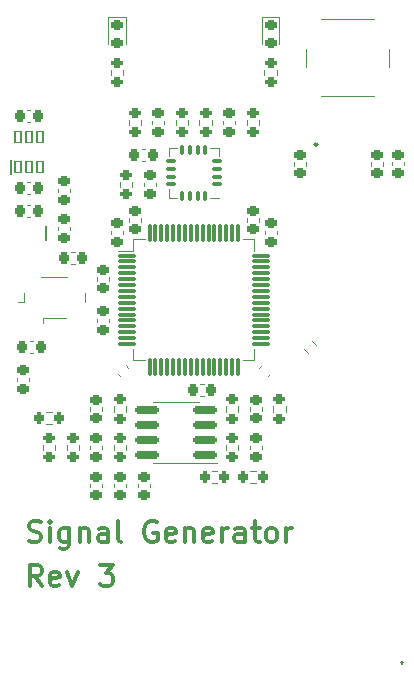
<source format=gto>
G04 #@! TF.GenerationSoftware,KiCad,Pcbnew,7.0.5-7.0.5~ubuntu22.04.1*
G04 #@! TF.CreationDate,2023-06-24T11:50:08+02:00*
G04 #@! TF.ProjectId,Signal Generator,5369676e-616c-4204-9765-6e657261746f,2*
G04 #@! TF.SameCoordinates,Original*
G04 #@! TF.FileFunction,Legend,Top*
G04 #@! TF.FilePolarity,Positive*
%FSLAX46Y46*%
G04 Gerber Fmt 4.6, Leading zero omitted, Abs format (unit mm)*
G04 Created by KiCad (PCBNEW 7.0.5-7.0.5~ubuntu22.04.1) date 2023-06-24 11:50:08*
%MOMM*%
%LPD*%
G01*
G04 APERTURE LIST*
G04 Aperture macros list*
%AMRoundRect*
0 Rectangle with rounded corners*
0 $1 Rounding radius*
0 $2 $3 $4 $5 $6 $7 $8 $9 X,Y pos of 4 corners*
0 Add a 4 corners polygon primitive as box body*
4,1,4,$2,$3,$4,$5,$6,$7,$8,$9,$2,$3,0*
0 Add four circle primitives for the rounded corners*
1,1,$1+$1,$2,$3*
1,1,$1+$1,$4,$5*
1,1,$1+$1,$6,$7*
1,1,$1+$1,$8,$9*
0 Add four rect primitives between the rounded corners*
20,1,$1+$1,$2,$3,$4,$5,0*
20,1,$1+$1,$4,$5,$6,$7,0*
20,1,$1+$1,$6,$7,$8,$9,0*
20,1,$1+$1,$8,$9,$2,$3,0*%
G04 Aperture macros list end*
%ADD10C,0.300000*%
%ADD11C,0.120000*%
%ADD12C,0.200000*%
%ADD13C,0.250000*%
%ADD14RoundRect,0.218750X-0.256250X0.218750X-0.256250X-0.218750X0.256250X-0.218750X0.256250X0.218750X0*%
%ADD15RoundRect,0.225000X-0.250000X0.225000X-0.250000X-0.225000X0.250000X-0.225000X0.250000X0.225000X0*%
%ADD16RoundRect,0.075000X0.350000X0.075000X-0.350000X0.075000X-0.350000X-0.075000X0.350000X-0.075000X0*%
%ADD17RoundRect,0.075000X0.075000X0.350000X-0.075000X0.350000X-0.075000X-0.350000X0.075000X-0.350000X0*%
%ADD18R,2.100000X2.100000*%
%ADD19RoundRect,0.200000X-0.200000X-0.275000X0.200000X-0.275000X0.200000X0.275000X-0.200000X0.275000X0*%
%ADD20RoundRect,0.225000X-0.225000X-0.250000X0.225000X-0.250000X0.225000X0.250000X-0.225000X0.250000X0*%
%ADD21RoundRect,0.050000X0.250000X0.500000X-0.250000X0.500000X-0.250000X-0.500000X0.250000X-0.500000X0*%
%ADD22RoundRect,0.225000X0.250000X-0.225000X0.250000X0.225000X-0.250000X0.225000X-0.250000X-0.225000X0*%
%ADD23R,3.400000X0.980000*%
%ADD24RoundRect,0.200000X-0.275000X0.200000X-0.275000X-0.200000X0.275000X-0.200000X0.275000X0.200000X0*%
%ADD25RoundRect,0.225000X0.225000X0.250000X-0.225000X0.250000X-0.225000X-0.250000X0.225000X-0.250000X0*%
%ADD26C,0.650000*%
%ADD27R,0.600000X1.030000*%
%ADD28R,0.300000X1.030000*%
%ADD29O,1.000000X2.100000*%
%ADD30O,1.000000X1.800000*%
%ADD31RoundRect,0.200000X0.275000X-0.200000X0.275000X0.200000X-0.275000X0.200000X-0.275000X-0.200000X0*%
%ADD32R,2.050000X3.800000*%
%ADD33RoundRect,0.200000X0.200000X0.275000X-0.200000X0.275000X-0.200000X-0.275000X0.200000X-0.275000X0*%
%ADD34RoundRect,0.225000X0.017678X-0.335876X0.335876X-0.017678X-0.017678X0.335876X-0.335876X0.017678X0*%
%ADD35R,0.600000X1.200000*%
%ADD36R,1.220000X0.910000*%
%ADD37C,0.001000*%
%ADD38R,2.800000X2.200000*%
%ADD39R,2.600000X2.800000*%
%ADD40R,0.800000X0.400000*%
%ADD41R,1.750000X2.500000*%
%ADD42RoundRect,0.150000X0.825000X0.150000X-0.825000X0.150000X-0.825000X-0.150000X0.825000X-0.150000X0*%
%ADD43R,1.700000X1.700000*%
%ADD44O,1.700000X1.700000*%
%ADD45C,2.000000*%
%ADD46R,2.200000X2.200000*%
%ADD47C,2.200000*%
%ADD48R,1.600000X1.100000*%
%ADD49C,1.524000*%
%ADD50RoundRect,0.200000X-0.335876X-0.053033X-0.053033X-0.335876X0.335876X0.053033X0.053033X0.335876X0*%
%ADD51RoundRect,0.075000X-0.700000X-0.075000X0.700000X-0.075000X0.700000X0.075000X-0.700000X0.075000X0*%
%ADD52RoundRect,0.075000X-0.075000X-0.700000X0.075000X-0.700000X0.075000X0.700000X-0.075000X0.700000X0*%
%ADD53R,1.600000X1.300000*%
%ADD54RoundRect,0.225000X0.335876X0.017678X0.017678X0.335876X-0.335876X-0.017678X-0.017678X-0.335876X0*%
G04 APERTURE END LIST*
D10*
X93040225Y-143428400D02*
X93297368Y-143514114D01*
X93297368Y-143514114D02*
X93725939Y-143514114D01*
X93725939Y-143514114D02*
X93897368Y-143428400D01*
X93897368Y-143428400D02*
X93983082Y-143342685D01*
X93983082Y-143342685D02*
X94068796Y-143171257D01*
X94068796Y-143171257D02*
X94068796Y-142999828D01*
X94068796Y-142999828D02*
X93983082Y-142828400D01*
X93983082Y-142828400D02*
X93897368Y-142742685D01*
X93897368Y-142742685D02*
X93725939Y-142656971D01*
X93725939Y-142656971D02*
X93383082Y-142571257D01*
X93383082Y-142571257D02*
X93211653Y-142485542D01*
X93211653Y-142485542D02*
X93125939Y-142399828D01*
X93125939Y-142399828D02*
X93040225Y-142228400D01*
X93040225Y-142228400D02*
X93040225Y-142056971D01*
X93040225Y-142056971D02*
X93125939Y-141885542D01*
X93125939Y-141885542D02*
X93211653Y-141799828D01*
X93211653Y-141799828D02*
X93383082Y-141714114D01*
X93383082Y-141714114D02*
X93811653Y-141714114D01*
X93811653Y-141714114D02*
X94068796Y-141799828D01*
X94840225Y-143514114D02*
X94840225Y-142314114D01*
X94840225Y-141714114D02*
X94754511Y-141799828D01*
X94754511Y-141799828D02*
X94840225Y-141885542D01*
X94840225Y-141885542D02*
X94925939Y-141799828D01*
X94925939Y-141799828D02*
X94840225Y-141714114D01*
X94840225Y-141714114D02*
X94840225Y-141885542D01*
X96468797Y-142314114D02*
X96468797Y-143771257D01*
X96468797Y-143771257D02*
X96383082Y-143942685D01*
X96383082Y-143942685D02*
X96297368Y-144028400D01*
X96297368Y-144028400D02*
X96125939Y-144114114D01*
X96125939Y-144114114D02*
X95868797Y-144114114D01*
X95868797Y-144114114D02*
X95697368Y-144028400D01*
X96468797Y-143428400D02*
X96297368Y-143514114D01*
X96297368Y-143514114D02*
X95954511Y-143514114D01*
X95954511Y-143514114D02*
X95783082Y-143428400D01*
X95783082Y-143428400D02*
X95697368Y-143342685D01*
X95697368Y-143342685D02*
X95611654Y-143171257D01*
X95611654Y-143171257D02*
X95611654Y-142656971D01*
X95611654Y-142656971D02*
X95697368Y-142485542D01*
X95697368Y-142485542D02*
X95783082Y-142399828D01*
X95783082Y-142399828D02*
X95954511Y-142314114D01*
X95954511Y-142314114D02*
X96297368Y-142314114D01*
X96297368Y-142314114D02*
X96468797Y-142399828D01*
X97325939Y-142314114D02*
X97325939Y-143514114D01*
X97325939Y-142485542D02*
X97411653Y-142399828D01*
X97411653Y-142399828D02*
X97583082Y-142314114D01*
X97583082Y-142314114D02*
X97840225Y-142314114D01*
X97840225Y-142314114D02*
X98011653Y-142399828D01*
X98011653Y-142399828D02*
X98097368Y-142571257D01*
X98097368Y-142571257D02*
X98097368Y-143514114D01*
X99725939Y-143514114D02*
X99725939Y-142571257D01*
X99725939Y-142571257D02*
X99640224Y-142399828D01*
X99640224Y-142399828D02*
X99468796Y-142314114D01*
X99468796Y-142314114D02*
X99125939Y-142314114D01*
X99125939Y-142314114D02*
X98954510Y-142399828D01*
X99725939Y-143428400D02*
X99554510Y-143514114D01*
X99554510Y-143514114D02*
X99125939Y-143514114D01*
X99125939Y-143514114D02*
X98954510Y-143428400D01*
X98954510Y-143428400D02*
X98868796Y-143256971D01*
X98868796Y-143256971D02*
X98868796Y-143085542D01*
X98868796Y-143085542D02*
X98954510Y-142914114D01*
X98954510Y-142914114D02*
X99125939Y-142828400D01*
X99125939Y-142828400D02*
X99554510Y-142828400D01*
X99554510Y-142828400D02*
X99725939Y-142742685D01*
X100840224Y-143514114D02*
X100668795Y-143428400D01*
X100668795Y-143428400D02*
X100583081Y-143256971D01*
X100583081Y-143256971D02*
X100583081Y-141714114D01*
X103840224Y-141799828D02*
X103668796Y-141714114D01*
X103668796Y-141714114D02*
X103411653Y-141714114D01*
X103411653Y-141714114D02*
X103154510Y-141799828D01*
X103154510Y-141799828D02*
X102983081Y-141971257D01*
X102983081Y-141971257D02*
X102897367Y-142142685D01*
X102897367Y-142142685D02*
X102811653Y-142485542D01*
X102811653Y-142485542D02*
X102811653Y-142742685D01*
X102811653Y-142742685D02*
X102897367Y-143085542D01*
X102897367Y-143085542D02*
X102983081Y-143256971D01*
X102983081Y-143256971D02*
X103154510Y-143428400D01*
X103154510Y-143428400D02*
X103411653Y-143514114D01*
X103411653Y-143514114D02*
X103583081Y-143514114D01*
X103583081Y-143514114D02*
X103840224Y-143428400D01*
X103840224Y-143428400D02*
X103925938Y-143342685D01*
X103925938Y-143342685D02*
X103925938Y-142742685D01*
X103925938Y-142742685D02*
X103583081Y-142742685D01*
X105383081Y-143428400D02*
X105211653Y-143514114D01*
X105211653Y-143514114D02*
X104868796Y-143514114D01*
X104868796Y-143514114D02*
X104697367Y-143428400D01*
X104697367Y-143428400D02*
X104611653Y-143256971D01*
X104611653Y-143256971D02*
X104611653Y-142571257D01*
X104611653Y-142571257D02*
X104697367Y-142399828D01*
X104697367Y-142399828D02*
X104868796Y-142314114D01*
X104868796Y-142314114D02*
X105211653Y-142314114D01*
X105211653Y-142314114D02*
X105383081Y-142399828D01*
X105383081Y-142399828D02*
X105468796Y-142571257D01*
X105468796Y-142571257D02*
X105468796Y-142742685D01*
X105468796Y-142742685D02*
X104611653Y-142914114D01*
X106240224Y-142314114D02*
X106240224Y-143514114D01*
X106240224Y-142485542D02*
X106325938Y-142399828D01*
X106325938Y-142399828D02*
X106497367Y-142314114D01*
X106497367Y-142314114D02*
X106754510Y-142314114D01*
X106754510Y-142314114D02*
X106925938Y-142399828D01*
X106925938Y-142399828D02*
X107011653Y-142571257D01*
X107011653Y-142571257D02*
X107011653Y-143514114D01*
X108554509Y-143428400D02*
X108383081Y-143514114D01*
X108383081Y-143514114D02*
X108040224Y-143514114D01*
X108040224Y-143514114D02*
X107868795Y-143428400D01*
X107868795Y-143428400D02*
X107783081Y-143256971D01*
X107783081Y-143256971D02*
X107783081Y-142571257D01*
X107783081Y-142571257D02*
X107868795Y-142399828D01*
X107868795Y-142399828D02*
X108040224Y-142314114D01*
X108040224Y-142314114D02*
X108383081Y-142314114D01*
X108383081Y-142314114D02*
X108554509Y-142399828D01*
X108554509Y-142399828D02*
X108640224Y-142571257D01*
X108640224Y-142571257D02*
X108640224Y-142742685D01*
X108640224Y-142742685D02*
X107783081Y-142914114D01*
X109411652Y-143514114D02*
X109411652Y-142314114D01*
X109411652Y-142656971D02*
X109497366Y-142485542D01*
X109497366Y-142485542D02*
X109583081Y-142399828D01*
X109583081Y-142399828D02*
X109754509Y-142314114D01*
X109754509Y-142314114D02*
X109925938Y-142314114D01*
X111297367Y-143514114D02*
X111297367Y-142571257D01*
X111297367Y-142571257D02*
X111211652Y-142399828D01*
X111211652Y-142399828D02*
X111040224Y-142314114D01*
X111040224Y-142314114D02*
X110697367Y-142314114D01*
X110697367Y-142314114D02*
X110525938Y-142399828D01*
X111297367Y-143428400D02*
X111125938Y-143514114D01*
X111125938Y-143514114D02*
X110697367Y-143514114D01*
X110697367Y-143514114D02*
X110525938Y-143428400D01*
X110525938Y-143428400D02*
X110440224Y-143256971D01*
X110440224Y-143256971D02*
X110440224Y-143085542D01*
X110440224Y-143085542D02*
X110525938Y-142914114D01*
X110525938Y-142914114D02*
X110697367Y-142828400D01*
X110697367Y-142828400D02*
X111125938Y-142828400D01*
X111125938Y-142828400D02*
X111297367Y-142742685D01*
X111897366Y-142314114D02*
X112583080Y-142314114D01*
X112154509Y-141714114D02*
X112154509Y-143256971D01*
X112154509Y-143256971D02*
X112240223Y-143428400D01*
X112240223Y-143428400D02*
X112411652Y-143514114D01*
X112411652Y-143514114D02*
X112583080Y-143514114D01*
X113440223Y-143514114D02*
X113268794Y-143428400D01*
X113268794Y-143428400D02*
X113183080Y-143342685D01*
X113183080Y-143342685D02*
X113097366Y-143171257D01*
X113097366Y-143171257D02*
X113097366Y-142656971D01*
X113097366Y-142656971D02*
X113183080Y-142485542D01*
X113183080Y-142485542D02*
X113268794Y-142399828D01*
X113268794Y-142399828D02*
X113440223Y-142314114D01*
X113440223Y-142314114D02*
X113697366Y-142314114D01*
X113697366Y-142314114D02*
X113868794Y-142399828D01*
X113868794Y-142399828D02*
X113954509Y-142485542D01*
X113954509Y-142485542D02*
X114040223Y-142656971D01*
X114040223Y-142656971D02*
X114040223Y-143171257D01*
X114040223Y-143171257D02*
X113954509Y-143342685D01*
X113954509Y-143342685D02*
X113868794Y-143428400D01*
X113868794Y-143428400D02*
X113697366Y-143514114D01*
X113697366Y-143514114D02*
X113440223Y-143514114D01*
X114811651Y-143514114D02*
X114811651Y-142314114D01*
X114811651Y-142656971D02*
X114897365Y-142485542D01*
X114897365Y-142485542D02*
X114983080Y-142399828D01*
X114983080Y-142399828D02*
X115154508Y-142314114D01*
X115154508Y-142314114D02*
X115325937Y-142314114D01*
X94154510Y-147264114D02*
X93554510Y-146406971D01*
X93125939Y-147264114D02*
X93125939Y-145464114D01*
X93125939Y-145464114D02*
X93811653Y-145464114D01*
X93811653Y-145464114D02*
X93983082Y-145549828D01*
X93983082Y-145549828D02*
X94068796Y-145635542D01*
X94068796Y-145635542D02*
X94154510Y-145806971D01*
X94154510Y-145806971D02*
X94154510Y-146064114D01*
X94154510Y-146064114D02*
X94068796Y-146235542D01*
X94068796Y-146235542D02*
X93983082Y-146321257D01*
X93983082Y-146321257D02*
X93811653Y-146406971D01*
X93811653Y-146406971D02*
X93125939Y-146406971D01*
X95611653Y-147178400D02*
X95440225Y-147264114D01*
X95440225Y-147264114D02*
X95097368Y-147264114D01*
X95097368Y-147264114D02*
X94925939Y-147178400D01*
X94925939Y-147178400D02*
X94840225Y-147006971D01*
X94840225Y-147006971D02*
X94840225Y-146321257D01*
X94840225Y-146321257D02*
X94925939Y-146149828D01*
X94925939Y-146149828D02*
X95097368Y-146064114D01*
X95097368Y-146064114D02*
X95440225Y-146064114D01*
X95440225Y-146064114D02*
X95611653Y-146149828D01*
X95611653Y-146149828D02*
X95697368Y-146321257D01*
X95697368Y-146321257D02*
X95697368Y-146492685D01*
X95697368Y-146492685D02*
X94840225Y-146664114D01*
X96297367Y-146064114D02*
X96725939Y-147264114D01*
X96725939Y-147264114D02*
X97154510Y-146064114D01*
X99040225Y-145464114D02*
X100154511Y-145464114D01*
X100154511Y-145464114D02*
X99554511Y-146149828D01*
X99554511Y-146149828D02*
X99811654Y-146149828D01*
X99811654Y-146149828D02*
X99983083Y-146235542D01*
X99983083Y-146235542D02*
X100068797Y-146321257D01*
X100068797Y-146321257D02*
X100154511Y-146492685D01*
X100154511Y-146492685D02*
X100154511Y-146921257D01*
X100154511Y-146921257D02*
X100068797Y-147092685D01*
X100068797Y-147092685D02*
X99983083Y-147178400D01*
X99983083Y-147178400D02*
X99811654Y-147264114D01*
X99811654Y-147264114D02*
X99297368Y-147264114D01*
X99297368Y-147264114D02*
X99125940Y-147178400D01*
X99125940Y-147178400D02*
X99040225Y-147092685D01*
D11*
X114235000Y-99015000D02*
X112765000Y-99015000D01*
X112765000Y-99015000D02*
X112765000Y-101300000D01*
X114235000Y-101300000D02*
X114235000Y-99015000D01*
X104510000Y-107859420D02*
X104510000Y-108140580D01*
X103490000Y-107859420D02*
X103490000Y-108140580D01*
X109110000Y-110140000D02*
X109110000Y-110865000D01*
X108385000Y-114360000D02*
X109110000Y-114360000D01*
X108385000Y-110140000D02*
X109110000Y-110140000D01*
X105615000Y-114360000D02*
X104890000Y-114360000D01*
X105615000Y-110140000D02*
X104890000Y-110140000D01*
X104890000Y-114360000D02*
X104890000Y-113635000D01*
X104890000Y-110140000D02*
X104890000Y-110865000D01*
X108512742Y-137477500D02*
X108987258Y-137477500D01*
X108512742Y-138522500D02*
X108987258Y-138522500D01*
X96634420Y-118965000D02*
X96915580Y-118965000D01*
X96634420Y-119985000D02*
X96915580Y-119985000D01*
D12*
X91525000Y-112325000D02*
X91525000Y-111125000D01*
D11*
X102740000Y-113390580D02*
X102740000Y-113109420D01*
X103760000Y-113390580D02*
X103760000Y-113109420D01*
X106522500Y-107762742D02*
X106522500Y-108237258D01*
X105477500Y-107762742D02*
X105477500Y-108237258D01*
X102890580Y-111260000D02*
X102609420Y-111260000D01*
X102890580Y-110240000D02*
X102609420Y-110240000D01*
X92884420Y-112990000D02*
X93165580Y-112990000D01*
X92884420Y-114010000D02*
X93165580Y-114010000D01*
X99260000Y-135359420D02*
X99260000Y-135640580D01*
X98240000Y-135359420D02*
X98240000Y-135640580D01*
X96227500Y-135737258D02*
X96227500Y-135262742D01*
X97272500Y-135737258D02*
X97272500Y-135262742D01*
X124760000Y-111334420D02*
X124760000Y-111615580D01*
X123740000Y-111334420D02*
X123740000Y-111615580D01*
X100727500Y-113487258D02*
X100727500Y-113012742D01*
X101772500Y-113487258D02*
X101772500Y-113012742D01*
X94987258Y-133522500D02*
X94512742Y-133522500D01*
X94987258Y-132477500D02*
X94512742Y-132477500D01*
X112539970Y-128738781D02*
X112738781Y-128539970D01*
X113261219Y-129460030D02*
X113460030Y-129261219D01*
X111762742Y-137477500D02*
X112237258Y-137477500D01*
X111762742Y-138522500D02*
X112237258Y-138522500D01*
X111740000Y-132390580D02*
X111740000Y-132109420D01*
X112760000Y-132390580D02*
X112760000Y-132109420D01*
D12*
X94525000Y-116725000D02*
X94525000Y-117925000D01*
D11*
X101272500Y-135262742D02*
X101272500Y-135737258D01*
X100227500Y-135262742D02*
X100227500Y-135737258D01*
X112990000Y-117440580D02*
X112990000Y-117159420D01*
X114010000Y-117440580D02*
X114010000Y-117159420D01*
X102522500Y-107762742D02*
X102522500Y-108237258D01*
X101477500Y-107762742D02*
X101477500Y-108237258D01*
X110772500Y-132012742D02*
X110772500Y-132487258D01*
X109727500Y-132012742D02*
X109727500Y-132487258D01*
X95272500Y-135262742D02*
X95272500Y-135737258D01*
X94227500Y-135262742D02*
X94227500Y-135737258D01*
D12*
X124637500Y-153800000D02*
X124637500Y-153800000D01*
X124637500Y-153600000D02*
X124637500Y-153600000D01*
X124637500Y-153600000D02*
G75*
G03*
X124637500Y-153800000I0J-100000D01*
G01*
X124637500Y-153800000D02*
G75*
G03*
X124637500Y-153600000I0J100000D01*
G01*
D11*
X99977500Y-103987258D02*
X99977500Y-103512742D01*
X101022500Y-103987258D02*
X101022500Y-103512742D01*
X103260000Y-138609420D02*
X103260000Y-138890580D01*
X102240000Y-138609420D02*
X102240000Y-138890580D01*
X98790000Y-121390580D02*
X98790000Y-121109420D01*
X99810000Y-121390580D02*
X99810000Y-121109420D01*
X121990000Y-111640580D02*
X121990000Y-111359420D01*
X123010000Y-111640580D02*
X123010000Y-111359420D01*
X99260000Y-132109420D02*
X99260000Y-132390580D01*
X98240000Y-132109420D02*
X98240000Y-132390580D01*
X93010000Y-129609420D02*
X93010000Y-129890580D01*
X91990000Y-129609420D02*
X91990000Y-129890580D01*
X113727500Y-132487258D02*
X113727500Y-132012742D01*
X114772500Y-132487258D02*
X114772500Y-132012742D01*
X93109420Y-126490000D02*
X93390580Y-126490000D01*
X93109420Y-127510000D02*
X93390580Y-127510000D01*
X107840580Y-131110000D02*
X107559420Y-131110000D01*
X107840580Y-130090000D02*
X107559420Y-130090000D01*
D13*
X117475000Y-109850000D02*
G75*
G03*
X117475000Y-109850000I-125000J0D01*
G01*
D11*
X99990000Y-117440580D02*
X99990000Y-117159420D01*
X101010000Y-117440580D02*
X101010000Y-117159420D01*
X110772500Y-135262742D02*
X110772500Y-135737258D01*
X109727500Y-135262742D02*
X109727500Y-135737258D01*
X107477500Y-108237258D02*
X107477500Y-107762742D01*
X108522500Y-108237258D02*
X108522500Y-107762742D01*
X101490000Y-116390580D02*
X101490000Y-116109420D01*
X102510000Y-116390580D02*
X102510000Y-116109420D01*
X105500000Y-136810000D02*
X108950000Y-136810000D01*
X105500000Y-136810000D02*
X103550000Y-136810000D01*
X105500000Y-131690000D02*
X107450000Y-131690000D01*
X105500000Y-131690000D02*
X103550000Y-131690000D01*
X92884420Y-114965000D02*
X93165580Y-114965000D01*
X92884420Y-115985000D02*
X93165580Y-115985000D01*
X93165580Y-107985000D02*
X92884420Y-107985000D01*
X93165580Y-106965000D02*
X92884420Y-106965000D01*
X111477500Y-108237258D02*
X111477500Y-107762742D01*
X112522500Y-108237258D02*
X112522500Y-107762742D01*
X101235000Y-99015000D02*
X99765000Y-99015000D01*
X99765000Y-99015000D02*
X99765000Y-101300000D01*
X101235000Y-101300000D02*
X101235000Y-99015000D01*
X110510000Y-107859420D02*
X110510000Y-108140580D01*
X109490000Y-107859420D02*
X109490000Y-108140580D01*
X99260000Y-138609420D02*
X99260000Y-138890580D01*
X98240000Y-138609420D02*
X98240000Y-138890580D01*
X96535000Y-113609420D02*
X96535000Y-113890580D01*
X95515000Y-113609420D02*
X95515000Y-113890580D01*
X114022500Y-103512742D02*
X114022500Y-103987258D01*
X112977500Y-103512742D02*
X112977500Y-103987258D01*
X116500000Y-101750000D02*
X116500000Y-103250000D01*
X117750000Y-105750000D02*
X122250000Y-105750000D01*
X122250000Y-99250000D02*
X117750000Y-99250000D01*
X123500000Y-103250000D02*
X123500000Y-101750000D01*
X116510000Y-111359420D02*
X116510000Y-111640580D01*
X115490000Y-111359420D02*
X115490000Y-111640580D01*
X101260000Y-138609420D02*
X101260000Y-138890580D01*
X100240000Y-138609420D02*
X100240000Y-138890580D01*
X95515000Y-117115580D02*
X95515000Y-116834420D01*
X96535000Y-117115580D02*
X96535000Y-116834420D01*
X100227500Y-132487258D02*
X100227500Y-132012742D01*
X101272500Y-132487258D02*
X101272500Y-132012742D01*
X111490000Y-116390580D02*
X111490000Y-116109420D01*
X112510000Y-116390580D02*
X112510000Y-116109420D01*
X99810000Y-124609420D02*
X99810000Y-124890580D01*
X98790000Y-124609420D02*
X98790000Y-124890580D01*
X117041697Y-126462770D02*
X117377230Y-126798303D01*
X116302770Y-127201697D02*
X116638303Y-127537230D01*
X101890000Y-117890000D02*
X101890000Y-118840000D01*
X101890000Y-118840000D02*
X100550000Y-118840000D01*
X101890000Y-128110000D02*
X101890000Y-127160000D01*
X102840000Y-117890000D02*
X101890000Y-117890000D01*
X102840000Y-128110000D02*
X101890000Y-128110000D01*
X111160000Y-117890000D02*
X112110000Y-117890000D01*
X111160000Y-128110000D02*
X112110000Y-128110000D01*
X112110000Y-117890000D02*
X112110000Y-118840000D01*
X112110000Y-128110000D02*
X112110000Y-127160000D01*
X94200000Y-124500000D02*
X94200000Y-124950000D01*
X96200000Y-124500000D02*
X94200000Y-124500000D01*
X92600000Y-123150000D02*
X92100000Y-123150000D01*
X92600000Y-123150000D02*
X92600000Y-122450000D01*
X97800000Y-122450000D02*
X97800000Y-123150000D01*
X94100000Y-121100000D02*
X96300000Y-121100000D01*
X100738781Y-129460030D02*
X100539970Y-129261219D01*
X101460030Y-128738781D02*
X101261219Y-128539970D01*
X112760000Y-135359420D02*
X112760000Y-135640580D01*
X111740000Y-135359420D02*
X111740000Y-135640580D01*
%LPC*%
D14*
X113500000Y-99712500D03*
X113500000Y-101287500D03*
D15*
X104000000Y-107225000D03*
X104000000Y-108775000D03*
D16*
X108950000Y-113225000D03*
X108950000Y-112575000D03*
X108950000Y-111925000D03*
X108950000Y-111275000D03*
D17*
X107975000Y-110300000D03*
X107325000Y-110300000D03*
X106675000Y-110300000D03*
X106025000Y-110300000D03*
D16*
X105050000Y-111275000D03*
X105050000Y-111925000D03*
X105050000Y-112575000D03*
X105050000Y-113225000D03*
D17*
X106025000Y-114200000D03*
X106675000Y-114200000D03*
X107325000Y-114200000D03*
X107975000Y-114200000D03*
D18*
X107000000Y-112250000D03*
D19*
X107925000Y-138000000D03*
X109575000Y-138000000D03*
D20*
X96000000Y-119475000D03*
X97550000Y-119475000D03*
D21*
X92075000Y-111775000D03*
X93025000Y-111775000D03*
X93975000Y-111775000D03*
X93975000Y-109175000D03*
X93025000Y-109175000D03*
X92075000Y-109175000D03*
D22*
X103250000Y-114025000D03*
X103250000Y-112475000D03*
D23*
X97525000Y-108290000D03*
X97525000Y-110660000D03*
D24*
X106000000Y-107175000D03*
X106000000Y-108825000D03*
D25*
X103525000Y-110750000D03*
X101975000Y-110750000D03*
D20*
X92250000Y-113500000D03*
X93800000Y-113500000D03*
D15*
X98750000Y-134725000D03*
X98750000Y-136275000D03*
D26*
X109890000Y-103380000D03*
X104110000Y-103380000D03*
D27*
X110200000Y-104515000D03*
X109400000Y-104515000D03*
D28*
X108250000Y-104515000D03*
X107250000Y-104515000D03*
X106750000Y-104515000D03*
X105750000Y-104515000D03*
D27*
X104600000Y-104515000D03*
X103800000Y-104515000D03*
X103800000Y-104515000D03*
X104600000Y-104515000D03*
D28*
X105250000Y-104515000D03*
X106250000Y-104515000D03*
X107750000Y-104515000D03*
X108750000Y-104515000D03*
D27*
X109400000Y-104515000D03*
X110200000Y-104515000D03*
D29*
X111320000Y-103880000D03*
D30*
X111320000Y-99700000D03*
D29*
X102680000Y-103880000D03*
D30*
X102680000Y-99700000D03*
D31*
X96750000Y-136325000D03*
X96750000Y-134675000D03*
D15*
X124250000Y-110700000D03*
X124250000Y-112250000D03*
D31*
X101250000Y-114075000D03*
X101250000Y-112425000D03*
D32*
X119750000Y-122850000D03*
X119750000Y-116150000D03*
D33*
X95575000Y-133000000D03*
X93925000Y-133000000D03*
D34*
X112451992Y-129548008D03*
X113548008Y-128451992D03*
D19*
X111175000Y-138000000D03*
X112825000Y-138000000D03*
D22*
X112250000Y-133025000D03*
X112250000Y-131475000D03*
D35*
X92075000Y-119625000D03*
X93975000Y-117325000D03*
X93025000Y-117325000D03*
X92075000Y-117325000D03*
X93975000Y-119625000D03*
D24*
X100750000Y-134675000D03*
X100750000Y-136325000D03*
D22*
X113500000Y-118075000D03*
X113500000Y-116525000D03*
D36*
X98275000Y-116735000D03*
X98275000Y-113465000D03*
D24*
X102000000Y-107175000D03*
X102000000Y-108825000D03*
X110250000Y-131425000D03*
X110250000Y-133075000D03*
X94750000Y-134675000D03*
X94750000Y-136325000D03*
D37*
X118837500Y-152400000D03*
X118837500Y-145400000D03*
D38*
X115137500Y-151500000D03*
X122537500Y-153500000D03*
D39*
X122637500Y-144100000D03*
D31*
X100500000Y-104575000D03*
X100500000Y-102925000D03*
D15*
X102750000Y-137975000D03*
X102750000Y-139525000D03*
D22*
X99300000Y-122025000D03*
X99300000Y-120475000D03*
X122500000Y-112275000D03*
X122500000Y-110725000D03*
D15*
X98750000Y-131475000D03*
X98750000Y-133025000D03*
X92500000Y-128975000D03*
X92500000Y-130525000D03*
D31*
X114250000Y-133075000D03*
X114250000Y-131425000D03*
D20*
X92475000Y-127000000D03*
X94025000Y-127000000D03*
D25*
X108475000Y-130600000D03*
X106925000Y-130600000D03*
D40*
X117750000Y-110550000D03*
X117750000Y-111500000D03*
X117750000Y-112450000D03*
X120750000Y-112450000D03*
X120750000Y-111500000D03*
X120750000Y-110550000D03*
D41*
X119250000Y-111500000D03*
D22*
X100500000Y-118075000D03*
X100500000Y-116525000D03*
D24*
X110250000Y-134675000D03*
X110250000Y-136325000D03*
D31*
X108000000Y-108825000D03*
X108000000Y-107175000D03*
D22*
X102000000Y-117025000D03*
X102000000Y-115475000D03*
D42*
X107975000Y-136155000D03*
X107975000Y-134885000D03*
X107975000Y-133615000D03*
X107975000Y-132345000D03*
X103025000Y-132345000D03*
X103025000Y-133615000D03*
X103025000Y-134885000D03*
X103025000Y-136155000D03*
D20*
X92250000Y-115475000D03*
X93800000Y-115475000D03*
D25*
X93800000Y-107475000D03*
X92250000Y-107475000D03*
D31*
X112000000Y-108825000D03*
X112000000Y-107175000D03*
D14*
X100500000Y-99712500D03*
X100500000Y-101287500D03*
D15*
X110000000Y-107225000D03*
X110000000Y-108775000D03*
X98750000Y-137975000D03*
X98750000Y-139525000D03*
X96025000Y-112975000D03*
X96025000Y-114525000D03*
D24*
X113500000Y-102925000D03*
X113500000Y-104575000D03*
D43*
X106840000Y-145960000D03*
D44*
X106840000Y-148500000D03*
X104300000Y-145960000D03*
X104300000Y-148500000D03*
D45*
X116750000Y-100250000D03*
X123250000Y-100250000D03*
X116750000Y-104750000D03*
X123250000Y-104750000D03*
D15*
X116000000Y-110725000D03*
X116000000Y-112275000D03*
D46*
X92685000Y-153800000D03*
D47*
X95225000Y-153800000D03*
X97765000Y-153800000D03*
X100305000Y-153800000D03*
D15*
X100750000Y-137975000D03*
X100750000Y-139525000D03*
D48*
X116950000Y-132550000D03*
X116950000Y-135750000D03*
X121350000Y-135750000D03*
X121350000Y-132550000D03*
D22*
X96025000Y-117750000D03*
X96025000Y-116200000D03*
D49*
X92000000Y-100250000D03*
X97000000Y-100250000D03*
X92000000Y-102250000D03*
X97000000Y-102250000D03*
X92000000Y-104250000D03*
X97000000Y-104250000D03*
D31*
X100750000Y-133075000D03*
X100750000Y-131425000D03*
D22*
X112000000Y-117025000D03*
X112000000Y-115475000D03*
D15*
X99300000Y-123975000D03*
X99300000Y-125525000D03*
D50*
X116256637Y-126416637D03*
X117423363Y-127583363D03*
D51*
X101325000Y-119250000D03*
X101325000Y-119750000D03*
X101325000Y-120250000D03*
X101325000Y-120750000D03*
X101325000Y-121250000D03*
X101325000Y-121750000D03*
X101325000Y-122250000D03*
X101325000Y-122750000D03*
X101325000Y-123250000D03*
X101325000Y-123750000D03*
X101325000Y-124250000D03*
X101325000Y-124750000D03*
X101325000Y-125250000D03*
X101325000Y-125750000D03*
X101325000Y-126250000D03*
X101325000Y-126750000D03*
D52*
X103250000Y-128675000D03*
X103750000Y-128675000D03*
X104250000Y-128675000D03*
X104750000Y-128675000D03*
X105250000Y-128675000D03*
X105750000Y-128675000D03*
X106250000Y-128675000D03*
X106750000Y-128675000D03*
X107250000Y-128675000D03*
X107750000Y-128675000D03*
X108250000Y-128675000D03*
X108750000Y-128675000D03*
X109250000Y-128675000D03*
X109750000Y-128675000D03*
X110250000Y-128675000D03*
X110750000Y-128675000D03*
D51*
X112675000Y-126750000D03*
X112675000Y-126250000D03*
X112675000Y-125750000D03*
X112675000Y-125250000D03*
X112675000Y-124750000D03*
X112675000Y-124250000D03*
X112675000Y-123750000D03*
X112675000Y-123250000D03*
X112675000Y-122750000D03*
X112675000Y-122250000D03*
X112675000Y-121750000D03*
X112675000Y-121250000D03*
X112675000Y-120750000D03*
X112675000Y-120250000D03*
X112675000Y-119750000D03*
X112675000Y-119250000D03*
D52*
X110750000Y-117325000D03*
X110250000Y-117325000D03*
X109750000Y-117325000D03*
X109250000Y-117325000D03*
X108750000Y-117325000D03*
X108250000Y-117325000D03*
X107750000Y-117325000D03*
X107250000Y-117325000D03*
X106750000Y-117325000D03*
X106250000Y-117325000D03*
X105750000Y-117325000D03*
X105250000Y-117325000D03*
X104750000Y-117325000D03*
X104250000Y-117325000D03*
X103750000Y-117325000D03*
X103250000Y-117325000D03*
D53*
X93150000Y-124050000D03*
X97250000Y-124050000D03*
X97250000Y-121550000D03*
X93150000Y-121550000D03*
D54*
X101548008Y-129548008D03*
X100451992Y-128451992D03*
D15*
X112250000Y-134725000D03*
X112250000Y-136275000D03*
D43*
X124040000Y-107500000D03*
D44*
X121500000Y-107500000D03*
X118960000Y-107500000D03*
X116420000Y-107500000D03*
%LPD*%
M02*

</source>
